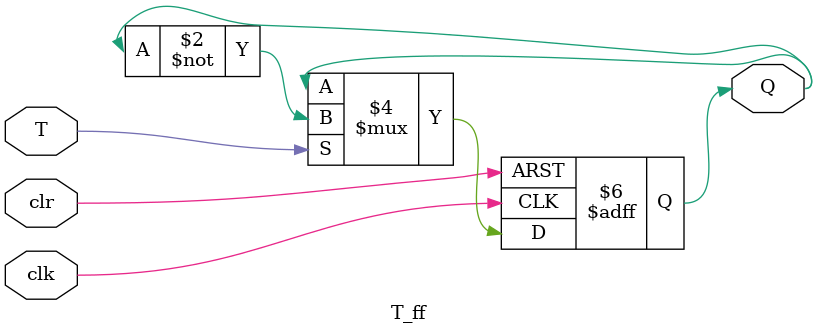
<source format=v>
`timescale 1ns / 1ps


module T_ff(
input T,clk,clr,
output reg Q
    );
    initial begin Q=0;
    end 
always@(posedge clr or posedge clk)
begin
if (clr) Q<=0;
else if (T) Q<=~Q;
end 
endmodule

</source>
